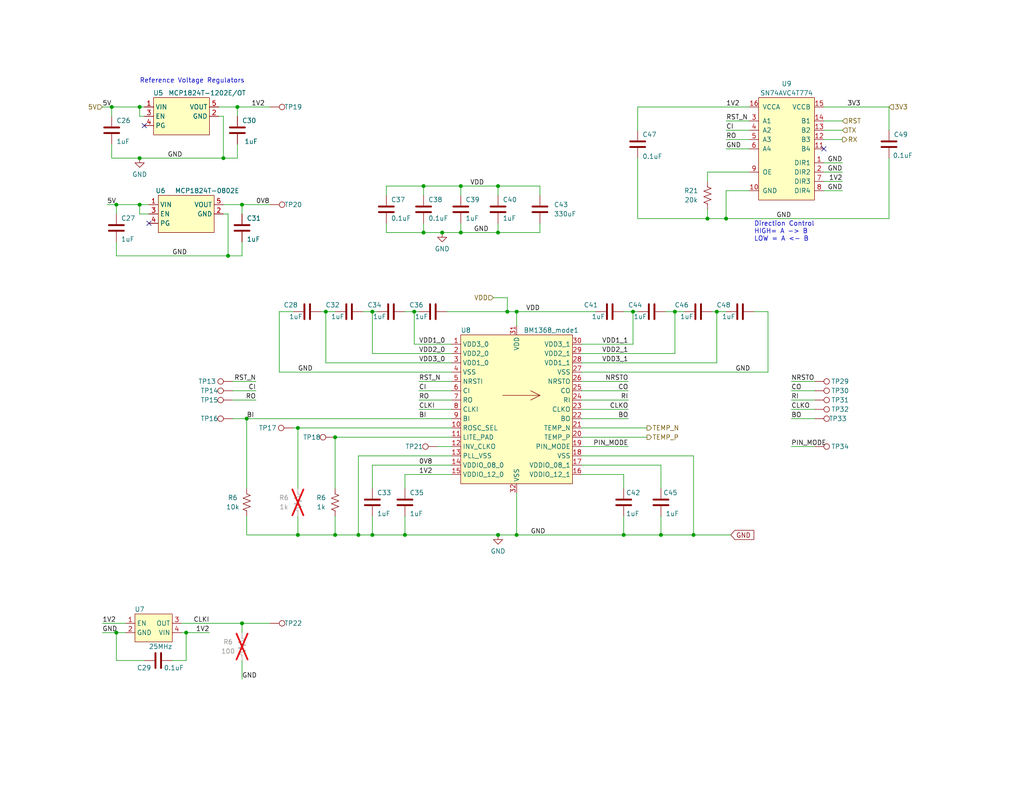
<source format=kicad_sch>
(kicad_sch (version 20231120) (generator "eeschema") (generator_version "8.0")
  (paper "A")
  (title_block (title "bitaxeSupra") (date "2024-04-07") (rev "402"))
  (lib_symbols
    (symbol "Connector:TestPoint" (pin_numbers hide) (pin_names (offset 0.762) hide)
      (property "Reference" "TP" (at 0 6.858 0))
      (property "Value" "TestPoint" (at 0 5.08 0))
      (symbol "TestPoint_0_1"
        (circle (center 0 3.302) (radius 0.762))
      )
      (symbol "TestPoint_1_1"
        (pin passive line (at 0 0 90) (length 2.54) (name "1") (number "1"))
      )
    )
    (symbol "Device:C" (pin_numbers hide) (pin_names (offset 0.254))
      (property "Reference" "C" (at 0.635 2.54 0))
      (property "Value" "C" (at 0.635 -2.54 0))
      (symbol "C_0_1"
        (polyline (pts (xy -2.032 -0.762) (xy 2.032 -0.762)) (stroke (width 0.508)))
        (polyline (pts (xy -2.032 0.762) (xy 2.032 0.762)) (stroke (width 0.508)))
      )
      (symbol "C_1_1"
        (pin passive line (at 0 3.81 270) (length 2.794) (name "~") (number "1"))
        (pin passive line (at 0 -3.81 90) (length 2.794) (name "~") (number "2"))
      )
    )
    (symbol "Device:R_US" (pin_numbers hide) (pin_names (offset 0))
      (property "Reference" "R" (at 2.54 0 90))
      (property "Value" "R_US" (at -2.54 0 90))
      (symbol "R_US_0_1"
        (polyline (pts (xy 0 -2.286) (xy 0 -2.54)))
        (polyline (pts (xy 0 2.286) (xy 0 2.54)))
        (polyline (pts (xy 0 -0.762) (xy 1.016 -1.143) (xy 0 -1.524) (xy -1.016 -1.905) (xy 0 -2.286)))
        (polyline (pts (xy 0 0.762) (xy 1.016 0.381) (xy 0 0) (xy -1.016 -0.381) (xy 0 -0.762)))
        (polyline (pts (xy 0 2.286) (xy 1.016 1.905) (xy 0 1.524) (xy -1.016 1.143) (xy 0 0.762)))
      )
      (symbol "R_US_1_1"
        (pin passive line (at 0 3.81 270) (length 1.27) (name "~") (number "1"))
        (pin passive line (at 0 -3.81 90) (length 1.27) (name "~") (number "2"))
      )
    )
    (symbol "MCP1824_1"
      (property "Reference" "U" (at -7.62 5.08 0))
      (property "Value" "MCP1824_1" (at 5.08 5.08 0))
      (symbol "MCP1824_1_0_1"
        (rectangle (start -7.62 3.81) (end 7.62 -6.35) (stroke (width 0.1524)) (fill (type background)))
      )
      (symbol "MCP1824_1_1_0"
        (pin bidirectional line (at -10.16 1.27 0) (length 2.54) (name "VIN") (number "1"))
        (pin bidirectional line (at 10.16 -1.27 180) (length 2.54) (name "GND") (number "2"))
        (pin bidirectional line (at -10.16 -1.27 0) (length 2.54) (name "EN") (number "3"))
        (pin bidirectional line (at -10.16 -3.81 0) (length 2.54) (name "PG") (number "4"))
        (pin bidirectional line (at 10.16 1.27 180) (length 2.54) (name "VOUT") (number "5"))
      )
    )
    (symbol "bitaxe:BM1368_mode1"
      (property "Reference" "U4" (at -15.24 21.59 0))
      (property "Value" "BM1368_mode1" (at 1.905 21.59 0))
      (symbol "BM1368_mode1_0_1"
        (rectangle (start -15.24 20.32) (end 15.24 -20.32) (fill (type background)))
        (polyline (pts (xy -3.81 3.81) (xy 6.35 3.81)))
        (polyline (pts (xy 3.81 2.54) (xy 6.35 3.81)))
        (polyline (pts (xy 3.81 5.08) (xy 6.35 3.81)))
      )
      (symbol "BM1368_mode1_1_1"
        (pin power_in line (at -17.78 17.78 0) (length 2.54) (name "VDD3_0") (number "1"))
        (pin unspecified line (at -17.78 -5.08 0) (length 2.54) (name "ROSC_SEL") (number "10"))
        (pin unspecified line (at -17.78 -7.62 0) (length 2.54) (name "LITE_PAD") (number "11"))
        (pin unspecified line (at -17.78 -10.16 0) (length 2.54) (name "INV_CLKO") (number "12"))
        (pin power_in line (at -17.78 -12.7 0) (length 2.54) (name "PLL_VSS") (number "13"))
        (pin power_in line (at -17.78 -15.24 0) (length 2.54) (name "VDDIO_08_0") (number "14"))
        (pin power_in line (at -17.78 -17.78 0) (length 2.54) (name "VDDIO_12_0") (number "15"))
        (pin power_in line (at 17.78 -17.78 180) (length 2.54) (name "VDDIO_12_1") (number "16"))
        (pin power_in line (at 17.78 -15.24 180) (length 2.54) (name "VDDIO_08_1") (number "17"))
        (pin power_in line (at 17.78 -12.7 180) (length 2.54) (name "VSS") (number "18"))
        (pin input line (at 17.78 -10.16 180) (length 2.54) (name "PIN_MODE") (number "19"))
        (pin power_in line (at -17.78 15.24 0) (length 2.54) (name "VDD2_0") (number "2"))
        (pin unspecified line (at 17.78 -7.62 180) (length 2.54) (name "TEMP_P") (number "20"))
        (pin unspecified line (at 17.78 -5.08 180) (length 2.54) (name "TEMP_N") (number "21"))
        (pin output line (at 17.78 -2.54 180) (length 2.54) (name "BO") (number "22"))
        (pin output line (at 17.78 0 180) (length 2.54) (name "CLKO") (number "23"))
        (pin input line (at 17.78 2.54 180) (length 2.54) (name "RI") (number "24"))
        (pin output line (at 17.78 5.08 180) (length 2.54) (name "CO") (number "25"))
        (pin output line (at 17.78 7.62 180) (length 2.54) (name "NRSTO") (number "26"))
        (pin power_in line (at 17.78 10.16 180) (length 2.54) (name "VSS") (number "27"))
        (pin power_in line (at 17.78 12.7 180) (length 2.54) (name "VDD1_1") (number "28"))
        (pin power_in line (at 17.78 15.24 180) (length 2.54) (name "VDD2_1") (number "29"))
        (pin power_in line (at -17.78 12.7 0) (length 2.54) (name "VDD1_0") (number "3"))
        (pin power_in line (at 17.78 17.78 180) (length 2.54) (name "VDD3_1") (number "30"))
        (pin power_in line (at 0 22.86 270) (length 2.54) (name "VDD") (number "31"))
        (pin power_in line (at 0 -22.86 90) (length 2.54) (name "VSS") (number "32"))
        (pin power_in line (at -17.78 10.16 0) (length 2.54) (name "VSS") (number "4"))
        (pin input line (at -17.78 7.62 0) (length 2.54) (name "NRSTI") (number "5"))
        (pin input line (at -17.78 5.08 0) (length 2.54) (name "CI") (number "6"))
        (pin output line (at -17.78 2.54 0) (length 2.54) (name "RO") (number "7"))
        (pin input line (at -17.78 0 0) (length 2.54) (name "CLKI") (number "8"))
        (pin input line (at -17.78 -2.54 0) (length 2.54) (name "BI") (number "9"))
      )
    )
    (symbol "bitaxe:MCP1824"
      (property "Reference" "U" (at -7.62 5.08 0))
      (property "Value" "MCP1824" (at 5.08 5.08 0))
      (symbol "MCP1824_0_1"
        (rectangle (start -7.62 3.81) (end 7.62 -6.35) (stroke (width 0.1524)) (fill (type background)))
      )
      (symbol "MCP1824_1_0"
        (pin bidirectional line (at -10.16 1.27 0) (length 2.54) (name "VIN") (number "1"))
        (pin bidirectional line (at 10.16 -1.27 180) (length 2.54) (name "GND") (number "2"))
        (pin bidirectional line (at -10.16 -1.27 0) (length 2.54) (name "EN") (number "3"))
        (pin bidirectional line (at -10.16 -3.81 0) (length 2.54) (name "PG") (number "4"))
        (pin bidirectional line (at 10.16 1.27 180) (length 2.54) (name "VOUT") (number "5"))
      )
    )
    (symbol "bitaxe:SN74AVC4T774" (pin_names (offset 1.016))
      (property "Reference" "U" (at -6.35 12.7 0))
      (property "Value" "SN74AVC4T774" (at -7.62 -19.05 0))
      (symbol "SN74AVC4T774_0_0"
        (rectangle (start -7.62 11.43) (end 7.62 -16.51) (stroke (width 0.1524)) (fill (type background)))
      )
      (symbol "SN74AVC4T774_1_0"
        (pin input line (at 10.16 -6.35 180) (length 2.54) (name "DIR1") (number "1"))
        (pin power_in line (at -10.16 -13.97 0) (length 2.54) (name "GND") (number "10"))
        (pin bidirectional line (at 10.16 -2.54 180) (length 2.54) (name "B4") (number "11"))
        (pin bidirectional line (at 10.16 0 180) (length 2.54) (name "B3") (number "12"))
        (pin bidirectional line (at 10.16 2.54 180) (length 2.54) (name "B2") (number "13"))
        (pin bidirectional line (at 10.16 5.08 180) (length 2.54) (name "B1") (number "14"))
        (pin power_in line (at 10.16 8.89 180) (length 2.54) (name "VCCB") (number "15"))
        (pin power_in line (at -10.16 8.89 0) (length 2.54) (name "VCCA") (number "16"))
        (pin input line (at 10.16 -8.89 180) (length 2.54) (name "DIR2") (number "2"))
        (pin bidirectional line (at -10.16 5.08 0) (length 2.54) (name "A1") (number "3"))
        (pin bidirectional line (at -10.16 2.54 0) (length 2.54) (name "A2") (number "4"))
        (pin bidirectional line (at -10.16 0 0) (length 2.54) (name "A3") (number "5"))
        (pin bidirectional line (at -10.16 -2.54 0) (length 2.54) (name "A4") (number "6"))
        (pin input line (at 10.16 -11.43 180) (length 2.54) (name "DIR3") (number "7"))
        (pin input line (at 10.16 -13.97 180) (length 2.54) (name "DIR4") (number "8"))
        (pin input line (at -10.16 -8.89 0) (length 2.54) (name "OE") (number "9"))
      )
    )
    (symbol "bitaxe:oscillator"
      (property "Reference" "U" (at -3.81 5.08 0))
      (property "Value" "oscillator" (at 0 -5.08 0))
      (symbol "oscillator_0_1"
        (rectangle (start -5.08 3.81) (end 5.08 -3.81) (stroke (width 0.1524)) (fill (type background)))
      )
      (symbol "oscillator_1_0"
        (pin bidirectional line (at -7.62 1.27 0) (length 2.54) (name "EN") (number "1"))
        (pin bidirectional line (at -7.62 -1.27 0) (length 2.54) (name "GND") (number "2"))
        (pin bidirectional line (at 7.62 1.27 180) (length 2.54) (name "OUT") (number "3"))
        (pin bidirectional line (at 7.62 -1.27 180) (length 2.54) (name "VIN") (number "4"))
      )
    )
    (symbol "power:GND" (power) (pin_names (offset 0))
      (property "Value" "GND" (at 0 -3.81 0))
      (symbol "GND_0_1"
        (polyline (pts (xy 0 0) (xy 0 -1.27) (xy 1.27 -1.27) (xy 0 -2.54) (xy -1.27 -1.27) (xy 0 -1.27)))
      )
      (symbol "GND_1_1"
        (pin power_in line (at 0 0 270) (length 0) hide (name "GND") (number "1"))
      )
    )
  )
  (junction (at 180.34 146.05))
  (junction (at 184.15 85.09))
  (junction (at 115.57 63.5) (diameter 0.9144))
  (junction (at 38.1 43.18))
  (junction (at 67.31 114.3))
  (junction (at 30.48 29.21) (diameter 0.9144))
  (junction (at 125.73 50.8) (diameter 0.9144))
  (junction (at 135.89 50.8))
  (junction (at 38.1 55.88))
  (junction (at 135.89 63.5))
  (junction (at 81.28 116.84))
  (junction (at 120.65 63.5))
  (junction (at 62.23 69.85) (diameter 0.9144))
  (junction (at 101.6 85.09))
  (junction (at 101.6 146.05))
  (junction (at 91.44 119.38))
  (junction (at 113.03 85.09))
  (junction (at 97.79 146.05))
  (junction (at 110.49 146.05))
  (junction (at 64.77 29.21) (diameter 0.9144))
  (junction (at 189.23 146.05))
  (junction (at 50.8 172.72))
  (junction (at 138.43 85.09))
  (junction (at 135.89 146.05))
  (junction (at 91.44 146.05))
  (junction (at 31.75 55.88) (diameter 0.9144))
  (junction (at 125.73 63.5) (diameter 0.9144))
  (junction (at 198.12 59.69))
  (junction (at 66.04 170.18))
  (junction (at 170.18 146.05))
  (junction (at 172.72 85.09))
  (junction (at 81.28 146.05))
  (junction (at 60.96 43.18) (diameter 0.9144))
  (junction (at 195.58 85.09))
  (junction (at 38.1 29.21))
  (junction (at 88.9 85.09))
  (junction (at 193.04 59.69))
  (junction (at 140.97 85.09))
  (junction (at 31.75 172.72))
  (junction (at 115.57 50.8) (diameter 0.9144))
  (junction (at 140.97 146.05))
  (junction (at 66.04 55.88) (diameter 0.9144))
  (no_connect (at 40.64 60.96))
  (no_connect (at 224.79 40.64))
  (no_connect (at 39.37 34.29))
  (wire (pts (xy 31.75 180.34) (xy 31.75 172.72)))
  (wire (pts (xy 180.34 146.05) (xy 189.23 146.05)))
  (wire (pts (xy 101.6 127) (xy 123.19 127)))
  (wire (pts (xy 105.41 60.96) (xy 105.41 63.5)))
  (wire (pts (xy 110.49 129.54) (xy 110.49 133.35)))
  (wire (pts (xy 242.57 29.21) (xy 242.57 35.56)))
  (wire (pts (xy 88.9 99.06) (xy 88.9 85.09)))
  (wire (pts (xy 198.12 59.69) (xy 242.57 59.69)))
  (wire (pts (xy 140.97 134.62) (xy 140.97 146.05)))
  (wire (pts (xy 134.62 81.28) (xy 138.43 81.28)))
  (wire (pts (xy 91.44 140.97) (xy 91.44 146.05)))
  (wire (pts (xy 215.9 114.3) (xy 222.25 114.3)))
  (wire (pts (xy 125.73 53.34) (xy 125.73 50.8)))
  (wire (pts (xy 115.57 63.5) (xy 105.41 63.5)))
  (wire (pts (xy 195.58 99.06) (xy 195.58 85.09)))
  (wire (pts (xy 198.12 52.07) (xy 198.12 59.69)))
  (wire (pts (xy 114.3 104.14) (xy 123.19 104.14)))
  (wire (pts (xy 110.49 85.09) (xy 113.03 85.09)))
  (wire (pts (xy 113.03 85.09) (xy 114.3 85.09)))
  (wire (pts (xy 158.75 121.92) (xy 171.45 121.92)))
  (wire (pts (xy 64.77 39.37) (xy 64.77 43.18)))
  (wire (pts (xy 158.75 124.46) (xy 189.23 124.46)))
  (wire (pts (xy 158.75 93.98) (xy 172.72 93.98)))
  (wire (pts (xy 81.28 146.05) (xy 91.44 146.05)))
  (wire (pts (xy 60.96 31.75) (xy 59.69 31.75)))
  (wire (pts (xy 31.75 55.88) (xy 38.1 55.88)))
  (wire (pts (xy 158.75 104.14) (xy 171.45 104.14)))
  (wire (pts (xy 88.9 85.09) (xy 91.44 85.09)))
  (wire (pts (xy 101.6 127) (xy 101.6 133.35)))
  (wire (pts (xy 76.2 101.6) (xy 76.2 85.09)))
  (wire (pts (xy 101.6 146.05) (xy 110.49 146.05)))
  (wire (pts (xy 162.56 85.09) (xy 140.97 85.09)))
  (wire (pts (xy 184.15 85.09) (xy 186.69 85.09)))
  (wire (pts (xy 46.99 180.34) (xy 50.8 180.34)))
  (wire (pts (xy 209.55 85.09) (xy 205.74 85.09)))
  (wire (pts (xy 115.57 53.34) (xy 115.57 50.8)))
  (wire (pts (xy 189.23 124.46) (xy 189.23 146.05)))
  (wire (pts (xy 99.06 85.09) (xy 101.6 85.09)))
  (wire (pts (xy 62.23 58.42) (xy 60.96 58.42)))
  (wire (pts (xy 135.89 60.96) (xy 135.89 63.5)))
  (wire (pts (xy 193.04 59.69) (xy 193.04 57.15)))
  (wire (pts (xy 242.57 43.18) (xy 242.57 59.69)))
  (wire (pts (xy 180.34 127) (xy 180.34 133.35)))
  (wire (pts (xy 64.77 43.18) (xy 60.96 43.18)))
  (wire (pts (xy 31.75 66.04) (xy 31.75 69.85)))
  (wire (pts (xy 158.75 109.22) (xy 171.45 109.22)))
  (wire (pts (xy 172.72 93.98) (xy 172.72 85.09)))
  (wire (pts (xy 50.8 172.72) (xy 57.15 172.72)))
  (wire (pts (xy 147.32 60.96) (xy 147.32 63.5)))
  (wire (pts (xy 158.75 96.52) (xy 184.15 96.52)))
  (wire (pts (xy 31.75 55.88) (xy 31.75 58.42)))
  (wire (pts (xy 67.31 140.97) (xy 67.31 146.05)))
  (wire (pts (xy 209.55 101.6) (xy 209.55 85.09)))
  (wire (pts (xy 62.23 69.85) (xy 31.75 69.85)))
  (wire (pts (xy 66.04 66.04) (xy 66.04 69.85)))
  (wire (pts (xy 224.79 35.56) (xy 229.87 35.56)))
  (wire (pts (xy 66.04 55.88) (xy 73.66 55.88)))
  (wire (pts (xy 215.9 106.68) (xy 222.25 106.68)))
  (wire (pts (xy 81.28 140.97) (xy 81.28 146.05)))
  (wire (pts (xy 50.8 180.34) (xy 50.8 172.72)))
  (wire (pts (xy 135.89 50.8) (xy 147.32 50.8)))
  (wire (pts (xy 113.03 93.98) (xy 123.19 93.98)))
  (wire (pts (xy 66.04 69.85) (xy 62.23 69.85)))
  (wire (pts (xy 67.31 114.3) (xy 123.19 114.3)))
  (wire (pts (xy 38.1 58.42) (xy 38.1 55.88)))
  (wire (pts (xy 114.3 106.68) (xy 123.19 106.68)))
  (wire (pts (xy 30.48 39.37) (xy 30.48 43.18)))
  (wire (pts (xy 38.1 29.21) (xy 39.37 29.21)))
  (wire (pts (xy 115.57 60.96) (xy 115.57 63.5)))
  (wire (pts (xy 121.92 85.09) (xy 138.43 85.09)))
  (wire (pts (xy 120.65 63.5) (xy 115.57 63.5)))
  (wire (pts (xy 62.23 58.42) (xy 62.23 69.85)))
  (wire (pts (xy 66.04 180.34) (xy 66.04 185.42)))
  (wire (pts (xy 87.63 85.09) (xy 88.9 85.09)))
  (wire (pts (xy 91.44 119.38) (xy 91.44 133.35)))
  (wire (pts (xy 158.75 99.06) (xy 195.58 99.06)))
  (wire (pts (xy 123.19 101.6) (xy 76.2 101.6)))
  (wire (pts (xy 101.6 96.52) (xy 123.19 96.52)))
  (wire (pts (xy 81.28 116.84) (xy 123.19 116.84)))
  (wire (pts (xy 88.9 99.06) (xy 123.19 99.06)))
  (wire (pts (xy 138.43 81.28) (xy 138.43 85.09)))
  (wire (pts (xy 158.75 127) (xy 180.34 127)))
  (wire (pts (xy 38.1 31.75) (xy 39.37 31.75)))
  (wire (pts (xy 97.79 124.46) (xy 97.79 146.05)))
  (wire (pts (xy 215.9 121.92) (xy 222.25 121.92)))
  (wire (pts (xy 125.73 60.96) (xy 125.73 63.5)))
  (wire (pts (xy 224.79 38.1) (xy 229.87 38.1)))
  (wire (pts (xy 81.28 146.05) (xy 67.31 146.05)))
  (wire (pts (xy 181.61 85.09) (xy 184.15 85.09)))
  (wire (pts (xy 31.75 172.72) (xy 34.29 172.72)))
  (wire (pts (xy 193.04 46.99) (xy 193.04 49.53)))
  (wire (pts (xy 224.79 46.99) (xy 229.87 46.99)))
  (wire (pts (xy 158.75 129.54) (xy 170.18 129.54)))
  (wire (pts (xy 101.6 140.97) (xy 101.6 146.05)))
  (wire (pts (xy 158.75 114.3) (xy 171.45 114.3)))
  (wire (pts (xy 215.9 111.76) (xy 222.25 111.76)))
  (wire (pts (xy 224.79 29.21) (xy 242.57 29.21)))
  (wire (pts (xy 158.75 106.68) (xy 171.45 106.68)))
  (wire (pts (xy 38.1 55.88) (xy 40.64 55.88)))
  (wire (pts (xy 158.75 101.6) (xy 209.55 101.6)))
  (wire (pts (xy 198.12 35.56) (xy 204.47 35.56)))
  (wire (pts (xy 60.96 31.75) (xy 60.96 43.18)))
  (wire (pts (xy 110.49 129.54) (xy 123.19 129.54)))
  (wire (pts (xy 110.49 140.97) (xy 110.49 146.05)))
  (wire (pts (xy 204.47 46.99) (xy 193.04 46.99)))
  (wire (pts (xy 105.41 53.34) (xy 105.41 50.8)))
  (wire (pts (xy 60.96 55.88) (xy 66.04 55.88)))
  (wire (pts (xy 63.5 106.68) (xy 69.85 106.68)))
  (wire (pts (xy 170.18 140.97) (xy 170.18 146.05)))
  (wire (pts (xy 198.12 33.02) (xy 204.47 33.02)))
  (wire (pts (xy 195.58 85.09) (xy 198.12 85.09)))
  (wire (pts (xy 170.18 85.09) (xy 172.72 85.09)))
  (wire (pts (xy 30.48 29.21) (xy 38.1 29.21)))
  (wire (pts (xy 27.94 29.21) (xy 30.48 29.21)))
  (wire (pts (xy 224.79 44.45) (xy 229.87 44.45)))
  (wire (pts (xy 66.04 170.18) (xy 66.04 172.72)))
  (wire (pts (xy 158.75 116.84) (xy 176.53 116.84)))
  (wire (pts (xy 30.48 29.21) (xy 30.48 31.75)))
  (wire (pts (xy 27.94 170.18) (xy 34.29 170.18)))
  (wire (pts (xy 125.73 63.5) (xy 120.65 63.5)))
  (wire (pts (xy 123.19 119.38) (xy 91.44 119.38)))
  (wire (pts (xy 38.1 58.42) (xy 40.64 58.42)))
  (wire (pts (xy 119.38 121.92) (xy 123.19 121.92)))
  (wire (pts (xy 173.99 43.18) (xy 173.99 59.69)))
  (wire (pts (xy 101.6 96.52) (xy 101.6 85.09)))
  (wire (pts (xy 173.99 29.21) (xy 204.47 29.21)))
  (wire (pts (xy 29.21 55.88) (xy 31.75 55.88)))
  (wire (pts (xy 224.79 33.02) (xy 229.87 33.02)))
  (wire (pts (xy 224.79 49.53) (xy 229.87 49.53)))
  (wire (pts (xy 101.6 85.09) (xy 102.87 85.09)))
  (wire (pts (xy 189.23 146.05) (xy 199.39 146.05)))
  (wire (pts (xy 115.57 50.8) (xy 125.73 50.8)))
  (wire (pts (xy 59.69 29.21) (xy 64.77 29.21)))
  (wire (pts (xy 173.99 59.69) (xy 193.04 59.69)))
  (wire (pts (xy 49.53 172.72) (xy 50.8 172.72)))
  (wire (pts (xy 76.2 85.09) (xy 80.01 85.09)))
  (wire (pts (xy 215.9 109.22) (xy 222.25 109.22)))
  (wire (pts (xy 170.18 129.54) (xy 170.18 133.35)))
  (wire (pts (xy 97.79 146.05) (xy 101.6 146.05)))
  (wire (pts (xy 198.12 38.1) (xy 204.47 38.1)))
  (wire (pts (xy 114.3 109.22) (xy 123.19 109.22)))
  (wire (pts (xy 194.31 85.09) (xy 195.58 85.09)))
  (wire (pts (xy 27.94 172.72) (xy 31.75 172.72)))
  (wire (pts (xy 158.75 119.38) (xy 176.53 119.38)))
  (wire (pts (xy 198.12 40.64) (xy 204.47 40.64)))
  (wire (pts (xy 64.77 29.21) (xy 64.77 31.75)))
  (wire (pts (xy 38.1 43.18) (xy 30.48 43.18)))
  (wire (pts (xy 135.89 53.34) (xy 135.89 50.8)))
  (wire (pts (xy 67.31 114.3) (xy 67.31 133.35)))
  (wire (pts (xy 170.18 146.05) (xy 180.34 146.05)))
  (wire (pts (xy 140.97 85.09) (xy 140.97 88.9)))
  (wire (pts (xy 113.03 85.09) (xy 113.03 93.98)))
  (wire (pts (xy 140.97 146.05) (xy 170.18 146.05)))
  (wire (pts (xy 198.12 59.69) (xy 193.04 59.69)))
  (wire (pts (xy 66.04 55.88) (xy 66.04 58.42)))
  (wire (pts (xy 147.32 53.34) (xy 147.32 50.8)))
  (wire (pts (xy 64.77 29.21) (xy 73.66 29.21)))
  (wire (pts (xy 110.49 146.05) (xy 135.89 146.05)))
  (wire (pts (xy 38.1 31.75) (xy 38.1 29.21)))
  (wire (pts (xy 114.3 111.76) (xy 123.19 111.76)))
  (wire (pts (xy 173.99 29.21) (xy 173.99 35.56)))
  (wire (pts (xy 224.79 52.07) (xy 229.87 52.07)))
  (wire (pts (xy 135.89 146.05) (xy 140.97 146.05)))
  (wire (pts (xy 123.19 124.46) (xy 97.79 124.46)))
  (wire (pts (xy 81.28 116.84) (xy 81.28 133.35)))
  (wire (pts (xy 66.04 170.18) (xy 73.66 170.18)))
  (wire (pts (xy 125.73 50.8) (xy 135.89 50.8)))
  (wire (pts (xy 172.72 85.09) (xy 173.99 85.09)))
  (wire (pts (xy 215.9 104.14) (xy 222.25 104.14)))
  (wire (pts (xy 63.5 109.22) (xy 69.85 109.22)))
  (wire (pts (xy 91.44 146.05) (xy 97.79 146.05)))
  (wire (pts (xy 105.41 50.8) (xy 115.57 50.8)))
  (wire (pts (xy 39.37 180.34) (xy 31.75 180.34)))
  (wire (pts (xy 204.47 52.07) (xy 198.12 52.07)))
  (wire (pts (xy 184.15 96.52) (xy 184.15 85.09)))
  (wire (pts (xy 158.75 111.76) (xy 171.45 111.76)))
  (wire (pts (xy 135.89 63.5) (xy 125.73 63.5)))
  (wire (pts (xy 63.5 114.3) (xy 67.31 114.3)))
  (wire (pts (xy 49.53 170.18) (xy 66.04 170.18)))
  (wire (pts (xy 80.01 116.84) (xy 81.28 116.84)))
  (wire (pts (xy 63.5 104.14) (xy 69.85 104.14)))
  (wire (pts (xy 138.43 85.09) (xy 140.97 85.09)))
  (wire (pts (xy 180.34 140.97) (xy 180.34 146.05)))
  (wire (pts (xy 60.96 43.18) (xy 38.1 43.18)))
  (wire (pts (xy 135.89 63.5) (xy 147.32 63.5)))
  (text "Reference Voltage Regulators" (at 38.1 22.86 0) (effects (font (size 1.27 1.27)) (justify left bottom)))
  (text "Direction Control\nHIGH= A -> B\nLOW = A <- B" (at 205.74 66.04 0) (effects (font (size 1.27 1.27)) (justify left bottom)))
  (label "GND" (at 45.72 43.18 0))
  (label "RST_N" (at 69.85 104.14 180))
  (label "GND" (at 229.87 46.99 180))
  (label "1V2" (at 114.3 129.54 0))
  (label "1V2" (at 68.58 29.21 0))
  (label "BI" (at 67.31 114.3 0))
  (label "GND" (at 27.94 172.72 0))
  (label "CLKO" (at 171.45 111.76 180))
  (label "RST_N" (at 114.3 104.14 0))
  (label "5V" (at 29.21 55.88 0))
  (label "RO" (at 114.3 109.22 0))
  (label "0V8" (at 69.85 55.88 0))
  (label "CO" (at 215.9 106.68 0))
  (label "GND" (at 144.78 146.05 0))
  (label "GND" (at 66.04 185.42 0))
  (label "BO" (at 215.9 114.3 0))
  (label "GND" (at 198.12 40.64 0))
  (label "5V" (at 27.94 29.21 0))
  (label "CI" (at 198.12 35.56 0))
  (label "GND" (at 229.87 52.07 180))
  (label "PIN_MODE" (at 215.9 121.92 0))
  (label "1V2" (at 229.87 49.53 180))
  (label "CI" (at 69.85 106.68 180))
  (label "1V2" (at 27.94 170.18 0))
  (label "RO" (at 198.12 38.1 0))
  (label "NRSTO" (at 215.9 104.14 0))
  (label "PIN_MODE" (at 171.45 121.92 180))
  (label "0V8" (at 114.3 127 0))
  (label "GND" (at 46.99 69.85 0))
  (label "VDD3_1" (at 171.45 99.06 180))
  (label "VDD2_1" (at 171.45 96.52 180))
  (label "RI" (at 215.9 109.22 0))
  (label "RST_N" (at 198.12 33.02 0))
  (label "CLKI" (at 114.3 111.76 0))
  (label "1V2" (at 198.12 29.21 0))
  (label "CO" (at 171.45 106.68 180))
  (label "VDD1_0" (at 114.3 93.98 0))
  (label "VDD3_0" (at 114.3 99.06 0))
  (label "CLKO" (at 215.9 111.76 0))
  (label "CLKI" (at 57.15 170.18 180))
  (label "3V3" (at 231.14 29.21 0))
  (label "RO" (at 69.85 109.22 180))
  (label "VDD1_1" (at 171.45 93.98 180))
  (label "GND" (at 81.28 101.6 0))
  (label "VDD" (at 143.51 85.09 0))
  (label "BO" (at 171.45 114.3 180))
  (label "GND" (at 215.9 59.69 180))
  (label "RI" (at 171.45 109.22 180))
  (label "1V2" (at 57.15 172.72 180))
  (label "VDD2_0" (at 114.3 96.52 0))
  (label "NRSTO" (at 171.45 104.14 180))
  (label "GND" (at 200.66 101.6 0))
  (label "GND" (at 133.35 63.5 180))
  (label "GND" (at 229.87 44.45 180))
  (label "CI" (at 114.3 106.68 0))
  (label "VDD" (at 128.27 50.8 0))
  (label "BI" (at 114.3 114.3 0))
  (global_label "GND" (shape input) (at 199.39 146.05 0) (property "Intersheetrefs" "${INTERSHEET_REFS}" (effects (hide yes))))
  (hierarchical_label "5V" (shape input) (at 27.94 29.21 180))
  (hierarchical_label "TEMP_N" (shape output) (at 176.53 116.84 0))
  (hierarchical_label "3V3" (shape input) (at 242.57 29.21 0))
  (hierarchical_label "TX" (shape input) (at 229.87 35.56 0))
  (hierarchical_label "RX" (shape output) (at 229.87 38.1 0))
  (hierarchical_label "VDD" (shape input) (at 134.62 81.28 180))
  (hierarchical_label "RST" (shape input) (at 229.87 33.02 0))
  (hierarchical_label "TEMP_P" (shape output) (at 176.53 119.38 0))
  (symbol (lib_id "Device:C") (at 64.77 35.56 0) (unit 1)
    (property "Reference" "C30" (at 66.04 33.655 0) (effects (justify left bottom)))
    (property "Value" "1uF" (at 66.675 39.37 0) (effects (justify left bottom)))
    (property "Footprint" "Capacitor_SMD:C_0402_1005Metric" (effects (hide yes)))
    (property "DK" "587-5514-1-ND" (effects (hide yes)))
    (property "PARTNO" "EMK105BJ105MV-F" (effects (hide yes)))
  )
  (symbol (lib_id "Device:C") (at 30.48 35.56 0) (unit 1)
    (property "Reference" "C26" (at 31.75 33.655 0) (effects (justify left bottom)))
    (property "Value" "1uF" (at 31.75 39.37 0) (effects (justify left bottom)))
    (property "Footprint" "Capacitor_SMD:C_0402_1005Metric" (effects (hide yes)))
    (property "DK" "587-5514-1-ND" (effects (hide yes)))
    (property "PARTNO" "EMK105BJ105MV-F" (effects (hide yes)))
  )
  (symbol (lib_id "Device:C") (at 125.73 57.15 0) (unit 1)
    (property "Reference" "C39" (at 127 55.245 0) (effects (justify left bottom)))
    (property "Value" "1uF" (at 127 60.325 0) (effects (justify left bottom)))
    (property "Footprint" "Capacitor_SMD:C_0402_1005Metric" (effects (hide yes)))
    (property "DK" "587-5514-1-ND" (effects (hide yes)))
    (property "PARTNO" "EMK105BJ105MV-F" (effects (hide yes)))
  )
  (symbol (lib_id "Device:C") (at 118.11 85.09 90) (unit 1)
    (property "Reference" "C36" (at 115.57 82.55 90) (effects (justify left bottom)))
    (property "Value" "1uF" (at 116.84 85.725 90) (effects (justify left bottom)))
    (property "Footprint" "Capacitor_SMD:C_0402_1005Metric" (effects (hide yes)))
    (property "DK" "587-5514-1-ND" (effects (hide yes)))
    (property "PARTNO" "EMK105BJ105MV-F" (effects (hide yes)))
  )
  (symbol (lib_id "Connector:TestPoint") (at 222.25 114.3 270) (unit 1) (in_bom no)
    (property "Reference" "TP33" (at 228.6 114.3 90))
    (property "Value" "TestPoint" (effects (hide yes)))
    (property "Footprint" "TestPoint:TestPoint_Pad_D1.5mm" (effects (hide yes)))
  )
  (symbol (lib_id "Device:C") (at 115.57 57.15 0) (unit 1)
    (property "Reference" "C38" (at 116.84 55.245 0) (effects (justify left bottom)))
    (property "Value" "0.1uF" (at 116.84 60.325 0) (effects (justify left bottom)))
    (property "Footprint" "Capacitor_SMD:C_0402_1005Metric" (effects (hide yes)))
    (property "DK" "1292-1639-1-ND" (effects (hide yes)))
    (property "PARTNO" "0402X104K100CT" (effects (hide yes)))
  )
  (symbol (lib_id "Connector:TestPoint") (at 222.25 109.22 270) (unit 1) (in_bom no)
    (property "Reference" "TP31" (at 229.235 109.22 90))
    (property "Value" "TestPoint" (effects (hide yes)))
    (property "Footprint" "TestPoint:TestPoint_Pad_D1.5mm" (effects (hide yes)))
  )
  (symbol (lib_id "Connector:TestPoint") (at 222.25 111.76 270) (unit 1) (in_bom no)
    (property "Reference" "TP32" (at 229.235 111.76 90))
    (property "Value" "TestPoint" (effects (hide yes)))
    (property "Footprint" "TestPoint:TestPoint_Pad_D1.5mm" (effects (hide yes)))
  )
  (symbol (lib_id "Device:C") (at 190.5 85.09 90) (unit 1)
    (property "Reference" "C46" (at 187.96 82.55 90) (effects (justify left bottom)))
    (property "Value" "1uF" (at 189.23 85.725 90) (effects (justify left bottom)))
    (property "Footprint" "Capacitor_SMD:C_0402_1005Metric" (effects (hide yes)))
    (property "DK" "587-5514-1-ND" (effects (hide yes)))
    (property "PARTNO" "EMK105BJ105MV-F" (effects (hide yes)))
  )
  (symbol (lib_id "Device:C") (at 201.93 85.09 90) (unit 1)
    (property "Reference" "C48" (at 199.39 82.55 90) (effects (justify left bottom)))
    (property "Value" "1uF" (at 200.66 85.725 90) (effects (justify left bottom)))
    (property "Footprint" "Capacitor_SMD:C_0402_1005Metric" (effects (hide yes)))
    (property "DK" "587-5514-1-ND" (effects (hide yes)))
    (property "PARTNO" "EMK105BJ105MV-F" (effects (hide yes)))
  )
  (symbol (lib_id "Device:C") (at 43.18 180.34 90) (unit 1)
    (property "Reference" "C29" (at 41.275 181.61 90) (effects (justify left bottom)))
    (property "Value" "0.1uF" (at 50.165 181.61 90) (effects (justify left bottom)))
    (property "Footprint" "Capacitor_SMD:C_0402_1005Metric" (effects (hide yes)))
    (property "DK" "1292-1639-1-ND" (effects (hide yes)))
    (property "PARTNO" "0402X104K100CT" (effects (hide yes)))
  )
  (symbol (lib_id "power:GND") (at 135.89 146.05 0) (mirror y) (unit 1)
    (property "Reference" "#PWR02" (effects (hide yes)))
    (property "Value" "GND" (at 135.89 150.495 0))
  )
  (symbol (lib_id "Device:C") (at 105.41 57.15 0) (unit 1)
    (property "Reference" "C37" (at 106.68 55.245 0) (effects (justify left bottom)))
    (property "Value" "0.1uF" (at 106.68 60.325 0) (effects (justify left bottom)))
    (property "Footprint" "Capacitor_SMD:C_0402_1005Metric" (effects (hide yes)))
    (property "DK" "1292-1639-1-ND" (effects (hide yes)))
    (property "PARTNO" "0402X104K100CT" (effects (hide yes)))
  )
  (symbol (lib_id "Device:C") (at 177.8 85.09 90) (unit 1)
    (property "Reference" "C44" (at 175.26 82.55 90) (effects (justify left bottom)))
    (property "Value" "1uF" (at 176.53 85.725 90) (effects (justify left bottom)))
    (property "Footprint" "Capacitor_SMD:C_0402_1005Metric" (effects (hide yes)))
    (property "DK" "587-5514-1-ND" (effects (hide yes)))
    (property "PARTNO" "EMK105BJ105MV-F" (effects (hide yes)))
  )
  (symbol (lib_id "Device:R_US") (at 193.04 53.34 180) (unit 1)
    (property "Reference" "R21" (at 188.595 52.07 0))
    (property "Value" "20k" (at 188.595 54.61 0))
    (property "Footprint" "Resistor_SMD:R_0402_1005Metric" (effects (hide yes)))
    (property "DK" "311-20.0KLRCT-ND" (effects (hide yes)))
    (property "PARTNO" "RC0402FR-0720KL" (effects (hide yes)))
  )
  (symbol (lib_id "Device:R_US") (at 81.28 137.16 180) (unit 1) (dnp yes)
    (property "Reference" "R6" (at 77.47 135.89 0))
    (property "Value" "1k" (at 77.47 138.43 0))
    (property "Footprint" "Resistor_SMD:R_0402_1005Metric" (effects (hide yes)))
    (property "DK" "311-1.00KLRCT-ND" (effects (hide yes)))
    (property "PARTNO" "RC0402FR-071KL" (effects (hide yes)))
  )
  (symbol (lib_id "Device:C") (at 101.6 137.16 0) (unit 1)
    (property "Reference" "C33" (at 102.87 135.255 0) (effects (justify left bottom)))
    (property "Value" "1uF" (at 102.87 140.97 0) (effects (justify left bottom)))
    (property "Footprint" "Capacitor_SMD:C_0402_1005Metric" (effects (hide yes)))
    (property "DK" "587-5514-1-ND" (effects (hide yes)))
    (property "PARTNO" "EMK105BJ105MV-F" (effects (hide yes)))
  )
  (symbol (lib_id "Connector:TestPoint") (at 73.66 55.88 270) (mirror x) (unit 1) (in_bom no)
    (property "Reference" "TP20" (at 80.01 55.88 90))
    (property "Value" "TestPoint" (effects (hide yes)))
    (property "Footprint" "TestPoint:TestPoint_Pad_D1.5mm" (effects (hide yes)))
  )
  (symbol (lib_id "Device:C") (at 166.37 85.09 90) (unit 1)
    (property "Reference" "C41" (at 163.195 82.55 90) (effects (justify left bottom)))
    (property "Value" "1uF" (at 165.1 85.725 90) (effects (justify left bottom)))
    (property "Footprint" "Capacitor_SMD:C_0402_1005Metric" (effects (hide yes)))
    (property "DK" "587-5514-1-ND" (effects (hide yes)))
    (property "PARTNO" "EMK105BJ105MV-F" (effects (hide yes)))
  )
  (symbol (lib_id "Device:R_US") (at 91.44 137.16 180) (unit 1)
    (property "Reference" "R6" (at 87.63 135.89 0))
    (property "Value" "1k" (at 87.63 138.43 0))
    (property "Footprint" "Resistor_SMD:R_0402_1005Metric" (effects (hide yes)))
    (property "DK" "311-1.00KLRCT-ND" (effects (hide yes)))
    (property "PARTNO" "RC0402FR-071KL" (effects (hide yes)))
  )
  (symbol (lib_id "Device:R_US") (at 66.04 176.53 180) (unit 1) (in_bom no) (dnp yes)
    (property "Reference" "R6" (at 62.23 175.26 0))
    (property "Value" "100" (at 62.23 177.8 0))
    (property "Footprint" "Resistor_SMD:R_0402_1005Metric" (effects (hide yes)))
    (property "DK" "311-100LRCT-ND" (effects (hide yes)))
    (property "PARTNO" "RC0402FR-07100RL" (effects (hide yes)))
  )
  (symbol (lib_id "Device:C") (at 242.57 39.37 0) (unit 1)
    (property "Reference" "C49" (at 243.84 37.465 0) (effects (justify left bottom)))
    (property "Value" "0.1uF" (at 243.586 43.18 0) (effects (justify left bottom)))
    (property "Footprint" "Capacitor_SMD:C_0402_1005Metric" (effects (hide yes)))
    (property "DK" "1292-1639-1-ND" (effects (hide yes)))
    (property "PARTNO" "0402X104K100CT" (effects (hide yes)))
  )
  (symbol (lib_id "bitaxe:SN74AVC4T774") (at 214.63 38.1 0) (unit 1)
    (property "Reference" "U9" (at 214.63 22.86 0))
    (property "Value" "SN74AVC4T774" (at 214.63 25.4 0))
    (property "Footprint" "Package_SO:TSSOP-16_4.4x5mm_P0.65mm" (effects (hide yes)))
    (property "Datasheet" "https://www.ti.com/lit/ds/symlink/sn74avc4t774.pdf" (effects (hide yes)))
    (property "DK" "296-24739-1-ND" (effects (hide yes)))
    (property "PARTNO" "SN74AVC4T774PWR" (effects (hide yes)))
  )
  (symbol (lib_id "Device:C") (at 147.32 57.15 0) (unit 1)
    (property "Reference" "C43" (at 151.13 55.8799 0) (effects (justify left)))
    (property "Value" "330uF" (at 151.13 58.4199 0) (effects (justify left)))
    (property "Footprint" "Capacitor_SMD:C_1210_3225Metric" (effects (hide yes)))
    (property "Description" "Unpolarized capacitor" (effects (hide yes)))
    (property "DK" "490-GRM32ER60G337ME05KCT-ND" (effects (hide yes)))
    (property "PARTNO" "GRM32ER60G337ME05K" (effects (hide yes)))
  )
  (symbol (lib_name "MCP1824_1") (lib_id "bitaxe:MCP1824") (at 50.8 57.15 0) (unit 1)
    (property "Reference" "U6" (at 43.815 52.07 0))
    (property "Value" "MCP1824T-0802E" (at 56.515 52.07 0))
    (property "Footprint" "Package_TO_SOT_SMD:SOT-23-5" (effects (hide yes)))
    (property "Datasheet" "https://ww1.microchip.com/downloads/en/DeviceDoc/22070a.pdf" (effects (hide yes)))
    (property "PARTNO" "MCP1824T-0802E/OT" (effects (hide yes)))
    (property "DK" "MCP1824T-0802E/OTCT-ND" (effects (hide yes)))
  )
  (symbol (lib_id "Connector:TestPoint") (at 91.44 119.38 90) (unit 1) (in_bom no)
    (property "Reference" "TP18" (at 85.09 119.38 90))
    (property "Value" "TestPoint" (effects (hide yes)))
    (property "Footprint" "TestPoint:TestPoint_Pad_D1.5mm" (effects (hide yes)))
  )
  (symbol (lib_id "Connector:TestPoint") (at 119.38 121.92 90) (unit 1) (in_bom no)
    (property "Reference" "TP21" (at 113.03 121.92 90))
    (property "Value" "TestPoint" (effects (hide yes)))
    (property "Footprint" "TestPoint:TestPoint_Pad_D1.5mm" (effects (hide yes)))
  )
  (symbol (lib_id "Device:C") (at 83.82 85.09 90) (unit 1)
    (property "Reference" "C28" (at 81.28 82.55 90) (effects (justify left bottom)))
    (property "Value" "1uF" (at 82.55 85.725 90) (effects (justify left bottom)))
    (property "Footprint" "Capacitor_SMD:C_0402_1005Metric" (effects (hide yes)))
    (property "DK" "587-5514-1-ND" (effects (hide yes)))
    (property "PARTNO" "EMK105BJ105MV-F" (effects (hide yes)))
  )
  (symbol (lib_id "power:GND") (at 120.65 63.5 0) (mirror y) (unit 1)
    (property "Reference" "#PWR03" (effects (hide yes)))
    (property "Value" "GND" (at 120.65 67.945 0))
  )
  (symbol (lib_id "Device:C") (at 180.34 137.16 0) (unit 1)
    (property "Reference" "C45" (at 180.975 135.255 0) (effects (justify left bottom)))
    (property "Value" "1uF" (at 181.61 140.97 0) (effects (justify left bottom)))
    (property "Footprint" "Capacitor_SMD:C_0402_1005Metric" (effects (hide yes)))
    (property "DK" "587-5514-1-ND" (effects (hide yes)))
    (property "PARTNO" "EMK105BJ105MV-F" (effects (hide yes)))
  )
  (symbol (lib_id "Connector:TestPoint") (at 63.5 109.22 90) (unit 1) (in_bom no)
    (property "Reference" "TP15" (at 57.15 109.22 90))
    (property "Value" "TestPoint" (effects (hide yes)))
    (property "Footprint" "TestPoint:TestPoint_Pad_D1.5mm" (effects (hide yes)))
  )
  (symbol (lib_id "power:GND") (at 38.1 43.18 0) (mirror y) (unit 1)
    (property "Reference" "#PWR01" (effects (hide yes)))
    (property "Value" "GND" (at 38.1 47.625 0))
  )
  (symbol (lib_id "Device:C") (at 170.18 137.16 0) (unit 1)
    (property "Reference" "C42" (at 170.815 135.255 0) (effects (justify left bottom)))
    (property "Value" "1uF" (at 170.815 140.97 0) (effects (justify left bottom)))
    (property "Footprint" "Capacitor_SMD:C_0402_1005Metric" (effects (hide yes)))
    (property "DK" "587-5514-1-ND" (effects (hide yes)))
    (property "PARTNO" "EMK105BJ105MV-F" (effects (hide yes)))
  )
  (symbol (lib_id "Connector:TestPoint") (at 73.66 170.18 270) (unit 1) (in_bom no)
    (property "Reference" "TP22" (at 80.01 170.18 90))
    (property "Value" "TestPoint" (effects (hide yes)))
    (property "Footprint" "TestPoint:TestPoint_Pad_D1.5mm" (effects (hide yes)))
  )
  (symbol (lib_id "bitaxe:BM1368_mode1") (at 140.97 111.76 0) (unit 1)
    (property "Reference" "U8" (at 125.73 90.17 0) (effects (justify left)))
    (property "Value" "BM1368_mode1" (at 142.875 90.17 0) (effects (justify left)))
    (property "Footprint" "bitaxe:BM1368" (effects (hide yes)))
  )
  (symbol (lib_id "Device:R_US") (at 67.31 137.16 180) (unit 1)
    (property "Reference" "R6" (at 63.5 135.89 0))
    (property "Value" "10k" (at 63.5 138.43 0))
    (property "Footprint" "Resistor_SMD:R_0402_1005Metric" (effects (hide yes)))
    (property "DK" "311-10KJRCT-ND" (effects (hide yes)))
    (property "PARTNO" "RC0402JR-0710KL" (effects (hide yes)))
  )
  (symbol (lib_id "Connector:TestPoint") (at 63.5 106.68 90) (unit 1) (in_bom no)
    (property "Reference" "TP14" (at 57.15 106.68 90))
    (property "Value" "TestPoint" (effects (hide yes)))
    (property "Footprint" "TestPoint:TestPoint_Pad_D1.5mm" (effects (hide yes)))
  )
  (symbol (lib_id "Device:C") (at 95.25 85.09 90) (unit 1)
    (property "Reference" "C32" (at 92.71 82.55 90) (effects (justify left bottom)))
    (property "Value" "1uF" (at 93.98 85.725 90) (effects (justify left bottom)))
    (property "Footprint" "Capacitor_SMD:C_0402_1005Metric" (effects (hide yes)))
    (property "DK" "587-5514-1-ND" (effects (hide yes)))
    (property "PARTNO" "EMK105BJ105MV-F" (effects (hide yes)))
  )
  (symbol (lib_id "Connector:TestPoint") (at 80.01 116.84 90) (unit 1) (in_bom no)
    (property "Reference" "TP17" (at 73.025 116.84 90))
    (property "Value" "TestPoint" (effects (hide yes)))
    (property "Footprint" "TestPoint:TestPoint_Pad_D1.5mm" (effects (hide yes)))
  )
  (symbol (lib_id "Connector:TestPoint") (at 222.25 121.92 270) (unit 1) (in_bom no)
    (property "Reference" "TP34" (at 229.235 121.92 90))
    (property "Value" "TestPoint" (effects (hide yes)))
    (property "Footprint" "TestPoint:TestPoint_Pad_D1.5mm" (effects (hide yes)))
  )
  (symbol (lib_id "Connector:TestPoint") (at 63.5 114.3 90) (unit 1) (in_bom no)
    (property "Reference" "TP16" (at 57.15 114.3 90))
    (property "Value" "TestPoint" (effects (hide yes)))
    (property "Footprint" "TestPoint:TestPoint_Pad_D1.5mm" (effects (hide yes)))
  )
  (symbol (lib_id "Connector:TestPoint") (at 73.66 29.21 270) (mirror x) (unit 1) (in_bom no)
    (property "Reference" "TP19" (at 80.01 29.21 90))
    (property "Value" "TestPoint" (effects (hide yes)))
    (property "Footprint" "TestPoint:TestPoint_Pad_D1.5mm" (effects (hide yes)))
  )
  (symbol (lib_id "bitaxe:oscillator") (at 41.91 171.45 0) (unit 1)
    (property "Reference" "U7" (at 38.1 166.37 0))
    (property "Value" "25MHz" (at 43.815 176.53 0))
    (property "Footprint" "bitaxe:O 25,0-JO32-B-1V3-1-T1-LF" (effects (hide yes)))
    (property "PARTNO" "SX3M25.000E20F30THN" (effects (hide yes)))
    (property "LCSC" "C5137262" (effects (hide yes)))
  )
  (symbol (lib_id "bitaxe:MCP1824") (at 49.53 30.48 0) (unit 1)
    (property "Reference" "U5" (at 43.18 25.4 0))
    (property "Value" "MCP1824T-1202E/OT" (at 56.515 25.4 0))
    (property "Footprint" "Package_TO_SOT_SMD:SOT-23-5" (effects (hide yes)))
    (property "Datasheet" "https://ww1.microchip.com/downloads/en/DeviceDoc/22070a.pdf" (effects (hide yes)))
    (property "PARTNO" "MCP1824T-1202E/OT" (effects (hide yes)))
    (property "DK" "MCP1824T-1202E/OTCT-ND" (effects (hide yes)))
  )
  (symbol (lib_id "Device:C") (at 31.75 62.23 0) (unit 1)
    (property "Reference" "C27" (at 33.02 60.325 0) (effects (justify left bottom)))
    (property "Value" "1uF" (at 33.02 66.04 0) (effects (justify left bottom)))
    (property "Footprint" "Capacitor_SMD:C_0402_1005Metric" (effects (hide yes)))
    (property "DK" "587-5514-1-ND" (effects (hide yes)))
    (property "PARTNO" "EMK105BJ105MV-F" (effects (hide yes)))
  )
  (symbol (lib_id "Device:C") (at 106.68 85.09 90) (unit 1)
    (property "Reference" "C34" (at 104.14 82.55 90) (effects (justify left bottom)))
    (property "Value" "1uF" (at 105.41 85.725 90) (effects (justify left bottom)))
    (property "Footprint" "Capacitor_SMD:C_0402_1005Metric" (effects (hide yes)))
    (property "DK" "587-5514-1-ND" (effects (hide yes)))
    (property "PARTNO" "EMK105BJ105MV-F" (effects (hide yes)))
  )
  (symbol (lib_id "Device:C") (at 173.99 39.37 0) (unit 1)
    (property "Reference" "C47" (at 175.26 37.465 0) (effects (justify left bottom)))
    (property "Value" "0.1uF" (at 175.26 43.434 0) (effects (justify left bottom)))
    (property "Footprint" "Capacitor_SMD:C_0402_1005Metric" (effects (hide yes)))
    (property "DK" "1292-1639-1-ND" (effects (hide yes)))
    (property "PARTNO" "0402X104K100CT" (effects (hide yes)))
  )
  (symbol (lib_id "Connector:TestPoint") (at 222.25 106.68 270) (unit 1) (in_bom no)
    (property "Reference" "TP30" (at 229.235 106.68 90))
    (property "Value" "TestPoint" (effects (hide yes)))
    (property "Footprint" "TestPoint:TestPoint_Pad_D1.5mm" (effects (hide yes)))
  )
  (symbol (lib_id "Device:C") (at 110.49 137.16 0) (unit 1)
    (property "Reference" "C35" (at 111.76 135.255 0) (effects (justify left bottom)))
    (property "Value" "1uF" (at 111.76 140.97 0) (effects (justify left bottom)))
    (property "Footprint" "Capacitor_SMD:C_0402_1005Metric" (effects (hide yes)))
    (property "DK" "587-5514-1-ND" (effects (hide yes)))
    (property "PARTNO" "EMK105BJ105MV-F" (effects (hide yes)))
  )
  (symbol (lib_id "Device:C") (at 66.04 62.23 0) (unit 1)
    (property "Reference" "C31" (at 67.31 60.325 0) (effects (justify left bottom)))
    (property "Value" "1uF" (at 67.31 66.04 0) (effects (justify left bottom)))
    (property "Footprint" "Capacitor_SMD:C_0402_1005Metric" (effects (hide yes)))
    (property "DK" "587-5514-1-ND" (effects (hide yes)))
    (property "PARTNO" "EMK105BJ105MV-F" (effects (hide yes)))
  )
  (symbol (lib_id "Device:C") (at 135.89 57.15 0) (unit 1)
    (property "Reference" "C40" (at 137.16 55.245 0) (effects (justify left bottom)))
    (property "Value" "1uF" (at 137.16 60.325 0) (effects (justify left bottom)))
    (property "Footprint" "Capacitor_SMD:C_0402_1005Metric" (effects (hide yes)))
    (property "DK" "587-5514-1-ND" (effects (hide yes)))
    (property "PARTNO" "EMK105BJ105MV-F" (effects (hide yes)))
  )
  (symbol (lib_id "Connector:TestPoint") (at 63.5 104.14 90) (unit 1) (in_bom no)
    (property "Reference" "TP13" (at 56.515 104.14 90))
    (property "Value" "TestPoint" (effects (hide yes)))
    (property "Footprint" "TestPoint:TestPoint_Pad_D1.5mm" (effects (hide yes)))
  )
  (symbol (lib_id "Connector:TestPoint") (at 222.25 104.14 270) (unit 1) (in_bom no)
    (property "Reference" "TP29" (at 229.235 104.14 90))
    (property "Value" "TestPoint" (effects (hide yes)))
    (property "Footprint" "TestPoint:TestPoint_Pad_D1.5mm" (effects (hide yes)))
  )
)
</source>
